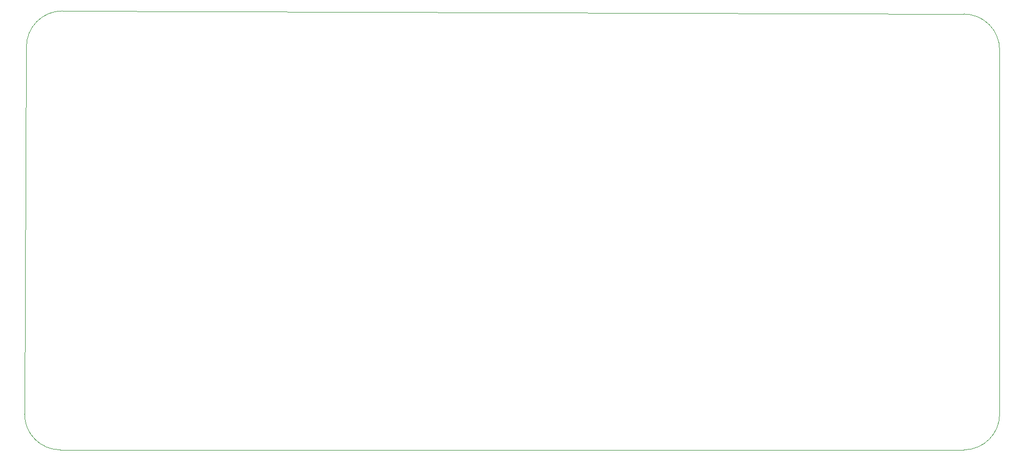
<source format=gbr>
%TF.GenerationSoftware,KiCad,Pcbnew,8.0.3*%
%TF.CreationDate,2025-01-25T16:02:59+05:30*%
%TF.ProjectId,PCB_v1,5043425f-7631-42e6-9b69-6361645f7063,rev?*%
%TF.SameCoordinates,Original*%
%TF.FileFunction,Profile,NP*%
%FSLAX46Y46*%
G04 Gerber Fmt 4.6, Leading zero omitted, Abs format (unit mm)*
G04 Created by KiCad (PCBNEW 8.0.3) date 2025-01-25 16:02:59*
%MOMM*%
%LPD*%
G01*
G04 APERTURE LIST*
%TA.AperFunction,Profile*%
%ADD10C,0.050000*%
%TD*%
G04 APERTURE END LIST*
D10*
X75900000Y-142640000D02*
X222000000Y-142640000D01*
X221998781Y-72041219D02*
G75*
G02*
X227798781Y-77841219I19J-5799981D01*
G01*
X75900000Y-142640000D02*
G75*
G02*
X70100000Y-136840000I0J5800000D01*
G01*
X70401219Y-77341219D02*
G75*
G02*
X76201219Y-71541219I5799981J19D01*
G01*
X227800000Y-136840000D02*
G75*
G02*
X222000000Y-142640000I-5800000J0D01*
G01*
X221998781Y-72041219D02*
X76201219Y-71541219D01*
X227798781Y-77841219D02*
X227800000Y-136840000D01*
X70401219Y-77341219D02*
X70100000Y-136840000D01*
M02*

</source>
